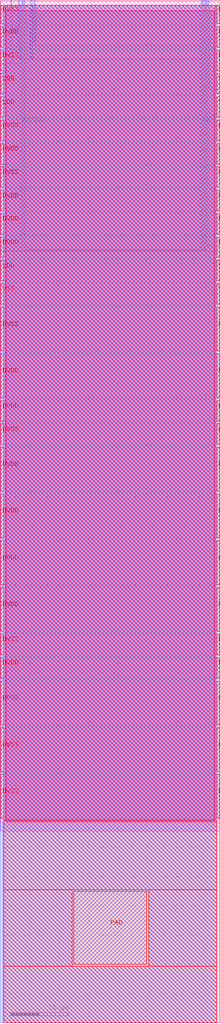
<source format=lef>
VERSION 5.7 ;
  NOWIREEXTENSIONATPIN ON ;
  DIVIDERCHAR "/" ;
  BUSBITCHARS "[]" ;
MACRO gf180mcu_fd_io__bi_t
  CLASS PAD INOUT ;
  FOREIGN gf180mcu_fd_io__bi_t ;
  ORIGIN 0.000 0.000 ;
  SIZE 75.000 BY 350.000 ;
  SYMMETRY X Y R90 ;
  SITE GF_IO_Site ;
  PIN A
    DIRECTION INPUT ;
    USE SIGNAL ;
    ANTENNAGATEAREA 4.200000 ;
    ANTENNADIFFAREA 1.000000 ;
    PORT
      LAYER Metal2 ;
        RECT 69.400 264.460 69.780 350.000 ;
    END
  END A
  PIN CS
    DIRECTION INPUT ;
    USE SIGNAL ;
    ANTENNAGATEAREA 3.150000 ;
    ANTENNADIFFAREA 1.000000 ;
    PORT
      LAYER Metal2 ;
        RECT 3.360 328.545 3.740 350.000 ;
    END
  END CS
  PIN DVDD
    DIRECTION INOUT ;
    USE POWER ;
    PORT
      LAYER Metal5 ;
        RECT 74.000 118.000 75.000 125.000 ;
    END
    PORT
      LAYER Metal5 ;
        RECT 74.000 182.000 75.000 197.000 ;
    END
    PORT
      LAYER Metal5 ;
        RECT 74.000 166.000 75.000 181.000 ;
    END
    PORT
      LAYER Metal5 ;
        RECT 74.000 150.000 75.000 165.000 ;
    END
    PORT
      LAYER Metal5 ;
        RECT 74.000 134.000 75.000 149.000 ;
    END
    PORT
      LAYER Metal5 ;
        RECT 74.000 214.000 75.000 229.000 ;
    END
    PORT
      LAYER Metal5 ;
        RECT 74.000 206.000 75.000 213.000 ;
    END
    PORT
      LAYER Metal5 ;
        RECT 74.000 278.000 75.000 285.000 ;
    END
    PORT
      LAYER Metal5 ;
        RECT 74.000 270.000 75.000 277.000 ;
    END
    PORT
      LAYER Metal5 ;
        RECT 74.000 262.000 75.000 269.000 ;
    END
    PORT
      LAYER Metal5 ;
        RECT 74.000 294.000 75.000 301.000 ;
    END
    PORT
      LAYER Metal5 ;
        RECT 74.000 334.000 75.000 341.000 ;
    END
    PORT
      LAYER Metal4 ;
        RECT 74.000 118.000 75.000 125.000 ;
    END
    PORT
      LAYER Metal4 ;
        RECT 74.000 182.000 75.000 197.000 ;
    END
    PORT
      LAYER Metal4 ;
        RECT 74.000 166.000 75.000 181.000 ;
    END
    PORT
      LAYER Metal4 ;
        RECT 74.000 150.000 75.000 165.000 ;
    END
    PORT
      LAYER Metal4 ;
        RECT 74.000 134.000 75.000 149.000 ;
    END
    PORT
      LAYER Metal4 ;
        RECT 74.000 214.000 75.000 229.000 ;
    END
    PORT
      LAYER Metal4 ;
        RECT 74.000 206.000 75.000 213.000 ;
    END
    PORT
      LAYER Metal4 ;
        RECT 74.000 278.000 75.000 285.000 ;
    END
    PORT
      LAYER Metal4 ;
        RECT 74.000 270.000 75.000 277.000 ;
    END
    PORT
      LAYER Metal4 ;
        RECT 74.000 262.000 75.000 269.000 ;
    END
    PORT
      LAYER Metal4 ;
        RECT 74.000 294.000 75.000 301.000 ;
    END
    PORT
      LAYER Metal4 ;
        RECT 74.000 334.000 75.000 341.000 ;
    END
    PORT
      LAYER Metal3 ;
        RECT 74.000 118.000 75.000 125.000 ;
    END
    PORT
      LAYER Metal3 ;
        RECT 74.000 182.000 75.000 197.000 ;
    END
    PORT
      LAYER Metal3 ;
        RECT 74.000 166.000 75.000 181.000 ;
    END
    PORT
      LAYER Metal3 ;
        RECT 74.000 150.000 75.000 165.000 ;
    END
    PORT
      LAYER Metal3 ;
        RECT 74.000 134.000 75.000 149.000 ;
    END
    PORT
      LAYER Metal3 ;
        RECT 74.000 214.000 75.000 229.000 ;
    END
    PORT
      LAYER Metal3 ;
        RECT 74.000 206.000 75.000 213.000 ;
    END
    PORT
      LAYER Metal3 ;
        RECT 74.000 278.000 75.000 285.000 ;
    END
    PORT
      LAYER Metal3 ;
        RECT 74.000 270.000 75.000 277.000 ;
    END
    PORT
      LAYER Metal3 ;
        RECT 74.000 262.000 75.000 269.000 ;
    END
    PORT
      LAYER Metal3 ;
        RECT 74.000 294.000 75.000 301.000 ;
    END
    PORT
      LAYER Metal3 ;
        RECT 74.000 334.000 75.000 341.000 ;
    END
    PORT
      LAYER Metal3 ;
        RECT 0.000 334.000 1.000 341.000 ;
    END
    PORT
      LAYER Metal3 ;
        RECT 0.000 294.000 1.000 301.000 ;
    END
    PORT
      LAYER Metal3 ;
        RECT 0.000 262.000 1.000 269.000 ;
    END
    PORT
      LAYER Metal3 ;
        RECT 0.000 270.000 1.000 277.000 ;
    END
    PORT
      LAYER Metal3 ;
        RECT 0.000 278.000 1.000 285.000 ;
    END
    PORT
      LAYER Metal3 ;
        RECT 0.000 206.000 1.000 213.000 ;
    END
    PORT
      LAYER Metal3 ;
        RECT 0.000 214.000 1.000 229.000 ;
    END
    PORT
      LAYER Metal3 ;
        RECT 0.000 134.000 1.000 149.000 ;
    END
    PORT
      LAYER Metal3 ;
        RECT 0.000 150.000 1.000 165.000 ;
    END
    PORT
      LAYER Metal3 ;
        RECT 0.000 166.000 1.000 181.000 ;
    END
    PORT
      LAYER Metal3 ;
        RECT 0.000 182.000 1.000 197.000 ;
    END
    PORT
      LAYER Metal4 ;
        RECT 0.000 334.000 1.000 341.000 ;
    END
    PORT
      LAYER Metal4 ;
        RECT 0.000 294.000 1.000 301.000 ;
    END
    PORT
      LAYER Metal4 ;
        RECT 0.000 262.000 1.000 269.000 ;
    END
    PORT
      LAYER Metal4 ;
        RECT 0.000 270.000 1.000 277.000 ;
    END
    PORT
      LAYER Metal4 ;
        RECT 0.000 278.000 1.000 285.000 ;
    END
    PORT
      LAYER Metal4 ;
        RECT 0.000 206.000 1.000 213.000 ;
    END
    PORT
      LAYER Metal4 ;
        RECT 0.000 214.000 1.000 229.000 ;
    END
    PORT
      LAYER Metal4 ;
        RECT 0.000 134.000 1.000 149.000 ;
    END
    PORT
      LAYER Metal4 ;
        RECT 0.000 150.000 1.000 165.000 ;
    END
    PORT
      LAYER Metal4 ;
        RECT 0.000 166.000 1.000 181.000 ;
    END
    PORT
      LAYER Metal4 ;
        RECT 0.000 182.000 1.000 197.000 ;
    END
    PORT
      LAYER Metal5 ;
        RECT 0.000 334.000 1.000 341.000 ;
    END
    PORT
      LAYER Metal5 ;
        RECT 0.000 294.000 1.000 301.000 ;
    END
    PORT
      LAYER Metal5 ;
        RECT 0.000 262.000 1.000 269.000 ;
    END
    PORT
      LAYER Metal5 ;
        RECT 0.000 270.000 1.000 277.000 ;
    END
    PORT
      LAYER Metal5 ;
        RECT 0.000 278.000 1.000 285.000 ;
    END
    PORT
      LAYER Metal5 ;
        RECT 0.000 206.000 1.000 213.000 ;
    END
    PORT
      LAYER Metal5 ;
        RECT 0.000 214.000 1.000 229.000 ;
    END
    PORT
      LAYER Metal5 ;
        RECT 0.000 134.000 1.000 149.000 ;
    END
    PORT
      LAYER Metal5 ;
        RECT 0.000 150.000 1.000 165.000 ;
    END
    PORT
      LAYER Metal5 ;
        RECT 0.000 166.000 1.000 181.000 ;
    END
    PORT
      LAYER Metal5 ;
        RECT 0.000 182.000 1.000 197.000 ;
    END
    PORT
      LAYER Metal5 ;
        RECT 0.000 118.000 1.000 125.000 ;
    END
    PORT
      LAYER Metal4 ;
        RECT 0.000 118.000 1.000 125.000 ;
    END
    PORT
      LAYER Metal3 ;
        RECT 0.000 118.000 1.000 125.000 ;
    END
  END DVDD
  PIN DVSS
    DIRECTION INOUT ;
    USE GROUND ;
    PORT
      LAYER Metal5 ;
        RECT 74.000 102.000 75.000 117.000 ;
    END
    PORT
      LAYER Metal5 ;
        RECT 74.000 86.000 75.000 101.000 ;
    END
    PORT
      LAYER Metal5 ;
        RECT 74.000 70.000 75.000 85.000 ;
    END
    PORT
      LAYER Metal5 ;
        RECT 74.000 126.000 75.000 133.000 ;
    END
    PORT
      LAYER Metal5 ;
        RECT 74.000 198.000 75.000 205.000 ;
    END
    PORT
      LAYER Metal5 ;
        RECT 74.000 230.000 75.000 245.000 ;
    END
    PORT
      LAYER Metal5 ;
        RECT 74.000 286.000 75.000 293.000 ;
    END
    PORT
      LAYER Metal5 ;
        RECT 74.000 302.000 75.000 309.000 ;
    END
    PORT
      LAYER Metal5 ;
        RECT 74.000 326.000 75.000 333.000 ;
    END
    PORT
      LAYER Metal5 ;
        RECT 74.000 342.000 75.000 348.390 ;
    END
    PORT
      LAYER Metal4 ;
        RECT 74.000 102.000 75.000 117.000 ;
    END
    PORT
      LAYER Metal4 ;
        RECT 74.000 86.000 75.000 101.000 ;
    END
    PORT
      LAYER Metal4 ;
        RECT 74.000 70.000 75.000 85.000 ;
    END
    PORT
      LAYER Metal4 ;
        RECT 74.000 126.000 75.000 133.000 ;
    END
    PORT
      LAYER Metal4 ;
        RECT 74.000 198.000 75.000 205.000 ;
    END
    PORT
      LAYER Metal4 ;
        RECT 74.000 230.000 75.000 245.000 ;
    END
    PORT
      LAYER Metal4 ;
        RECT 74.000 286.000 75.000 293.000 ;
    END
    PORT
      LAYER Metal4 ;
        RECT 74.000 302.000 75.000 309.000 ;
    END
    PORT
      LAYER Metal4 ;
        RECT 74.000 326.000 75.000 333.000 ;
    END
    PORT
      LAYER Metal4 ;
        RECT 74.000 342.000 75.000 348.390 ;
    END
    PORT
      LAYER Metal3 ;
        RECT 74.000 102.000 75.000 117.000 ;
    END
    PORT
      LAYER Metal3 ;
        RECT 74.000 86.000 75.000 101.000 ;
    END
    PORT
      LAYER Metal3 ;
        RECT 74.000 70.000 75.000 85.000 ;
    END
    PORT
      LAYER Metal3 ;
        RECT 74.000 126.000 75.000 133.000 ;
    END
    PORT
      LAYER Metal3 ;
        RECT 74.000 198.000 75.000 205.000 ;
    END
    PORT
      LAYER Metal3 ;
        RECT 74.000 230.000 75.000 245.000 ;
    END
    PORT
      LAYER Metal3 ;
        RECT 74.000 286.000 75.000 293.000 ;
    END
    PORT
      LAYER Metal3 ;
        RECT 74.000 302.000 75.000 309.000 ;
    END
    PORT
      LAYER Metal3 ;
        RECT 74.000 326.000 75.000 333.000 ;
    END
    PORT
      LAYER Metal3 ;
        RECT 74.000 342.000 75.000 348.390 ;
    END
    PORT
      LAYER Metal3 ;
        RECT 0.000 342.000 1.000 348.390 ;
    END
    PORT
      LAYER Metal3 ;
        RECT 0.000 326.000 1.000 333.000 ;
    END
    PORT
      LAYER Metal3 ;
        RECT 0.000 302.000 1.000 309.000 ;
    END
    PORT
      LAYER Metal3 ;
        RECT 0.000 286.000 1.000 293.000 ;
    END
    PORT
      LAYER Metal3 ;
        RECT 0.000 230.000 1.000 245.000 ;
    END
    PORT
      LAYER Metal3 ;
        RECT 0.000 198.000 1.000 205.000 ;
    END
    PORT
      LAYER Metal3 ;
        RECT 0.000 126.000 1.000 133.000 ;
    END
    PORT
      LAYER Metal3 ;
        RECT 0.000 70.000 1.000 85.000 ;
    END
    PORT
      LAYER Metal3 ;
        RECT 0.000 86.000 1.000 101.000 ;
    END
    PORT
      LAYER Metal4 ;
        RECT 0.000 342.000 1.000 348.390 ;
    END
    PORT
      LAYER Metal4 ;
        RECT 0.000 326.000 1.000 333.000 ;
    END
    PORT
      LAYER Metal4 ;
        RECT 0.000 302.000 1.000 309.000 ;
    END
    PORT
      LAYER Metal4 ;
        RECT 0.000 286.000 1.000 293.000 ;
    END
    PORT
      LAYER Metal4 ;
        RECT 0.000 230.000 1.000 245.000 ;
    END
    PORT
      LAYER Metal4 ;
        RECT 0.000 198.000 1.000 205.000 ;
    END
    PORT
      LAYER Metal4 ;
        RECT 0.000 126.000 1.000 133.000 ;
    END
    PORT
      LAYER Metal4 ;
        RECT 0.000 70.000 1.000 85.000 ;
    END
    PORT
      LAYER Metal4 ;
        RECT 0.000 86.000 1.000 101.000 ;
    END
    PORT
      LAYER Metal5 ;
        RECT 0.000 342.000 1.000 348.390 ;
    END
    PORT
      LAYER Metal5 ;
        RECT 0.000 326.000 1.000 333.000 ;
    END
    PORT
      LAYER Metal5 ;
        RECT 0.000 302.000 1.000 309.000 ;
    END
    PORT
      LAYER Metal5 ;
        RECT 0.000 286.000 1.000 293.000 ;
    END
    PORT
      LAYER Metal5 ;
        RECT 0.000 230.000 1.000 245.000 ;
    END
    PORT
      LAYER Metal5 ;
        RECT 0.000 198.000 1.000 205.000 ;
    END
    PORT
      LAYER Metal5 ;
        RECT 0.000 126.000 1.000 133.000 ;
    END
    PORT
      LAYER Metal5 ;
        RECT 0.000 70.000 1.000 85.000 ;
    END
    PORT
      LAYER Metal5 ;
        RECT 0.000 86.000 1.000 101.000 ;
    END
    PORT
      LAYER Metal5 ;
        RECT 0.000 102.000 1.000 117.000 ;
    END
    PORT
      LAYER Metal4 ;
        RECT 0.000 102.000 1.000 117.000 ;
    END
    PORT
      LAYER Metal3 ;
        RECT 0.000 102.000 1.000 117.000 ;
    END
  END DVSS
  PIN IE
    DIRECTION INPUT ;
    USE SIGNAL ;
    ANTENNAGATEAREA 3.150000 ;
    ANTENNADIFFAREA 1.000000 ;
    PORT
      LAYER Metal2 ;
        RECT 11.385 334.920 11.765 350.000 ;
    END
  END IE
  PIN OE
    DIRECTION INPUT ;
    USE SIGNAL ;
    ANTENNAGATEAREA 16.799999 ;
    ANTENNADIFFAREA 7.776000 ;
    PORT
      LAYER Metal2 ;
        RECT 70.130 266.340 70.510 350.000 ;
    END
  END OE
  PIN PAD
    DIRECTION INOUT ;
    USE SIGNAL ;
    ANTENNADIFFAREA 258.720001 ;
    PORT
      LAYER Metal5 ;
        RECT 25.000 20.000 50.000 45.000 ;
    END
  END PAD
  PIN PD
    DIRECTION INPUT ;
    USE SIGNAL ;
    ANTENNAGATEAREA 10.500000 ;
    ANTENNADIFFAREA 1.000000 ;
    PORT
      LAYER Metal2 ;
        RECT 10.330 330.100 10.710 350.000 ;
    END
  END PD
  PIN PDRV0
    DIRECTION INPUT ;
    USE SIGNAL ;
    ANTENNAGATEAREA 4.200000 ;
    ANTENNADIFFAREA 2.592000 ;
    PORT
      LAYER Metal2 ;
        RECT 7.110 264.665 7.490 350.000 ;
    END
  END PDRV0
  PIN PDRV1
    DIRECTION INPUT ;
    USE SIGNAL ;
    ANTENNAGATEAREA 4.200000 ;
    ANTENNADIFFAREA 2.592000 ;
    PORT
      LAYER Metal2 ;
        RECT 7.820 264.990 8.200 350.000 ;
    END
  END PDRV1
  PIN PU
    DIRECTION INPUT ;
    USE SIGNAL ;
    ANTENNAGATEAREA 7.350000 ;
    ANTENNADIFFAREA 2.980000 ;
    PORT
      LAYER Metal2 ;
        RECT 5.965 330.420 6.345 350.000 ;
    END
  END PU
  PIN SL
    DIRECTION INPUT ;
    USE SIGNAL ;
    ANTENNAGATEAREA 3.150000 ;
    ANTENNADIFFAREA 1.000000 ;
    PORT
      LAYER Metal2 ;
        RECT 68.670 265.140 69.050 350.000 ;
    END
  END SL
  PIN VDD
    DIRECTION INOUT ;
    USE POWER ;
    PORT
      LAYER Metal5 ;
        RECT 74.000 254.000 75.000 261.000 ;
    END
    PORT
      LAYER Metal5 ;
        RECT 74.000 310.000 75.000 317.000 ;
    END
    PORT
      LAYER Metal4 ;
        RECT 74.000 254.000 75.000 261.000 ;
    END
    PORT
      LAYER Metal4 ;
        RECT 74.000 310.000 75.000 317.000 ;
    END
    PORT
      LAYER Metal3 ;
        RECT 74.000 254.000 75.000 261.000 ;
    END
    PORT
      LAYER Metal3 ;
        RECT 74.000 310.000 75.000 317.000 ;
    END
    PORT
      LAYER Metal3 ;
        RECT 0.000 310.000 1.000 317.000 ;
    END
    PORT
      LAYER Metal4 ;
        RECT 0.000 310.000 1.000 317.000 ;
    END
    PORT
      LAYER Metal5 ;
        RECT 0.000 310.000 1.000 317.000 ;
    END
    PORT
      LAYER Metal5 ;
        RECT 0.000 254.000 1.000 261.000 ;
    END
    PORT
      LAYER Metal4 ;
        RECT 0.000 254.000 1.000 261.000 ;
    END
    PORT
      LAYER Metal3 ;
        RECT 0.000 254.000 1.000 261.000 ;
    END
  END VDD
  PIN VSS
    DIRECTION INOUT ;
    USE GROUND ;
    PORT
      LAYER Metal5 ;
        RECT 74.000 246.000 75.000 253.000 ;
    END
    PORT
      LAYER Metal5 ;
        RECT 74.000 318.000 75.000 325.000 ;
    END
    PORT
      LAYER Metal4 ;
        RECT 74.000 246.000 75.000 253.000 ;
    END
    PORT
      LAYER Metal4 ;
        RECT 74.000 318.000 75.000 325.000 ;
    END
    PORT
      LAYER Metal3 ;
        RECT 74.000 246.000 75.000 253.000 ;
    END
    PORT
      LAYER Metal3 ;
        RECT 74.000 318.000 75.000 325.000 ;
    END
    PORT
      LAYER Metal3 ;
        RECT 0.000 318.000 1.000 325.000 ;
    END
    PORT
      LAYER Metal4 ;
        RECT 0.000 318.000 1.000 325.000 ;
    END
    PORT
      LAYER Metal5 ;
        RECT 0.000 318.000 1.000 325.000 ;
    END
    PORT
      LAYER Metal5 ;
        RECT 0.000 246.000 1.000 253.000 ;
    END
    PORT
      LAYER Metal4 ;
        RECT 0.000 246.000 1.000 253.000 ;
    END
    PORT
      LAYER Metal3 ;
        RECT 0.000 246.000 1.000 253.000 ;
    END
  END VSS
  PIN Y
    DIRECTION OUTPUT ;
    USE SIGNAL ;
    ANTENNADIFFAREA 7.800000 ;
    PORT
      LAYER Metal2 ;
        RECT 70.860 319.900 71.240 350.000 ;
    END
  END Y
  OBS
      LAYER Nwell ;
        RECT 1.820 68.895 73.180 346.535 ;
      LAYER Metal1 ;
        RECT -0.160 65.540 75.160 349.785 ;
      LAYER Metal2 ;
        RECT 0.000 328.245 3.060 348.375 ;
        RECT 4.040 330.120 5.665 348.375 ;
        RECT 6.645 330.120 6.810 348.375 ;
        RECT 4.040 328.245 6.810 330.120 ;
        RECT 0.000 264.365 6.810 328.245 ;
        RECT 8.500 329.800 10.030 348.375 ;
        RECT 11.010 334.620 11.085 348.375 ;
        RECT 12.065 334.620 68.370 348.375 ;
        RECT 11.010 329.800 68.370 334.620 ;
        RECT 8.500 264.840 68.370 329.800 ;
        RECT 71.540 319.600 75.000 348.375 ;
        RECT 70.810 266.040 75.000 319.600 ;
        RECT 8.500 264.690 69.100 264.840 ;
        RECT 7.790 264.365 69.100 264.690 ;
        RECT 0.000 264.160 69.100 264.365 ;
        RECT 70.080 264.160 75.000 266.040 ;
        RECT 0.000 0.000 75.000 264.160 ;
      LAYER Metal3 ;
        RECT 1.300 341.700 73.700 348.390 ;
        RECT 0.665 341.300 74.000 341.700 ;
        RECT 1.300 333.700 73.700 341.300 ;
        RECT 0.665 333.300 74.000 333.700 ;
        RECT 1.300 325.700 73.700 333.300 ;
        RECT 0.665 325.300 74.000 325.700 ;
        RECT 1.300 317.700 73.700 325.300 ;
        RECT 0.665 317.300 74.000 317.700 ;
        RECT 1.300 309.700 73.700 317.300 ;
        RECT 0.665 309.300 74.000 309.700 ;
        RECT 1.300 301.700 73.700 309.300 ;
        RECT 0.665 301.300 74.000 301.700 ;
        RECT 1.300 293.700 73.700 301.300 ;
        RECT 0.665 293.300 74.000 293.700 ;
        RECT 1.300 285.700 73.700 293.300 ;
        RECT 0.665 285.300 74.000 285.700 ;
        RECT 1.300 277.700 73.700 285.300 ;
        RECT 0.665 277.300 74.000 277.700 ;
        RECT 1.300 269.700 73.700 277.300 ;
        RECT 0.665 269.300 74.000 269.700 ;
        RECT 1.300 261.700 73.700 269.300 ;
        RECT 0.665 261.300 74.000 261.700 ;
        RECT 1.300 253.700 73.700 261.300 ;
        RECT 0.665 253.300 74.000 253.700 ;
        RECT 1.300 245.700 73.700 253.300 ;
        RECT 0.665 245.300 74.000 245.700 ;
        RECT 1.300 229.700 73.700 245.300 ;
        RECT 0.665 229.300 74.000 229.700 ;
        RECT 1.300 213.700 73.700 229.300 ;
        RECT 0.665 213.300 74.000 213.700 ;
        RECT 1.300 205.700 73.700 213.300 ;
        RECT 0.665 205.300 74.000 205.700 ;
        RECT 1.300 197.700 73.700 205.300 ;
        RECT 0.665 197.300 74.000 197.700 ;
        RECT 1.300 181.700 73.700 197.300 ;
        RECT 0.665 181.300 74.000 181.700 ;
        RECT 1.300 165.700 73.700 181.300 ;
        RECT 0.665 165.300 74.000 165.700 ;
        RECT 1.300 149.700 73.700 165.300 ;
        RECT 0.665 149.300 74.000 149.700 ;
        RECT 1.300 133.700 73.700 149.300 ;
        RECT 0.665 133.300 74.000 133.700 ;
        RECT 1.300 125.700 73.700 133.300 ;
        RECT 0.665 125.300 74.000 125.700 ;
        RECT 1.300 117.700 73.700 125.300 ;
        RECT 0.665 117.300 74.000 117.700 ;
        RECT 1.300 101.700 73.700 117.300 ;
        RECT 0.665 101.300 74.000 101.700 ;
        RECT 1.300 85.700 73.700 101.300 ;
        RECT 0.665 85.300 74.000 85.700 ;
        RECT 1.300 69.700 73.700 85.300 ;
        RECT 0.665 0.000 74.000 69.700 ;
      LAYER Metal4 ;
        RECT 1.300 341.700 73.700 348.390 ;
        RECT 1.000 341.300 74.000 341.700 ;
        RECT 1.300 333.700 73.700 341.300 ;
        RECT 1.000 333.300 74.000 333.700 ;
        RECT 1.300 325.700 73.700 333.300 ;
        RECT 1.000 325.300 74.000 325.700 ;
        RECT 1.300 317.700 73.700 325.300 ;
        RECT 1.000 317.300 74.000 317.700 ;
        RECT 1.300 309.700 73.700 317.300 ;
        RECT 1.000 309.300 74.000 309.700 ;
        RECT 1.300 301.700 73.700 309.300 ;
        RECT 1.000 301.300 74.000 301.700 ;
        RECT 1.300 293.700 73.700 301.300 ;
        RECT 1.000 293.300 74.000 293.700 ;
        RECT 1.300 285.700 73.700 293.300 ;
        RECT 1.000 285.300 74.000 285.700 ;
        RECT 1.300 277.700 73.700 285.300 ;
        RECT 1.000 277.300 74.000 277.700 ;
        RECT 1.300 269.700 73.700 277.300 ;
        RECT 1.000 269.300 74.000 269.700 ;
        RECT 1.300 261.700 73.700 269.300 ;
        RECT 1.000 261.300 74.000 261.700 ;
        RECT 1.300 253.700 73.700 261.300 ;
        RECT 1.000 253.300 74.000 253.700 ;
        RECT 1.300 245.700 73.700 253.300 ;
        RECT 1.000 245.300 74.000 245.700 ;
        RECT 1.300 229.700 73.700 245.300 ;
        RECT 1.000 229.300 74.000 229.700 ;
        RECT 1.300 213.700 73.700 229.300 ;
        RECT 1.000 213.300 74.000 213.700 ;
        RECT 1.300 205.700 73.700 213.300 ;
        RECT 1.000 205.300 74.000 205.700 ;
        RECT 1.300 197.700 73.700 205.300 ;
        RECT 1.000 197.300 74.000 197.700 ;
        RECT 1.300 181.700 73.700 197.300 ;
        RECT 1.000 181.300 74.000 181.700 ;
        RECT 1.300 165.700 73.700 181.300 ;
        RECT 1.000 165.300 74.000 165.700 ;
        RECT 1.300 149.700 73.700 165.300 ;
        RECT 1.000 149.300 74.000 149.700 ;
        RECT 1.300 133.700 73.700 149.300 ;
        RECT 1.000 133.300 74.000 133.700 ;
        RECT 1.300 125.700 73.700 133.300 ;
        RECT 1.000 125.300 74.000 125.700 ;
        RECT 1.300 117.700 73.700 125.300 ;
        RECT 1.000 117.300 74.000 117.700 ;
        RECT 1.300 101.700 73.700 117.300 ;
        RECT 1.000 101.300 74.000 101.700 ;
        RECT 1.300 85.700 73.700 101.300 ;
        RECT 1.000 85.300 74.000 85.700 ;
        RECT 1.300 69.700 73.700 85.300 ;
        RECT 1.000 0.000 74.000 69.700 ;
      LAYER Metal5 ;
        RECT 1.600 69.400 73.400 348.390 ;
        RECT 1.000 45.600 74.000 69.400 ;
        RECT 1.000 19.400 24.400 45.600 ;
        RECT 50.600 19.400 74.000 45.600 ;
        RECT 1.000 0.000 74.000 19.400 ;
  END
END gf180mcu_fd_io__bi_t
END LIBRARY


</source>
